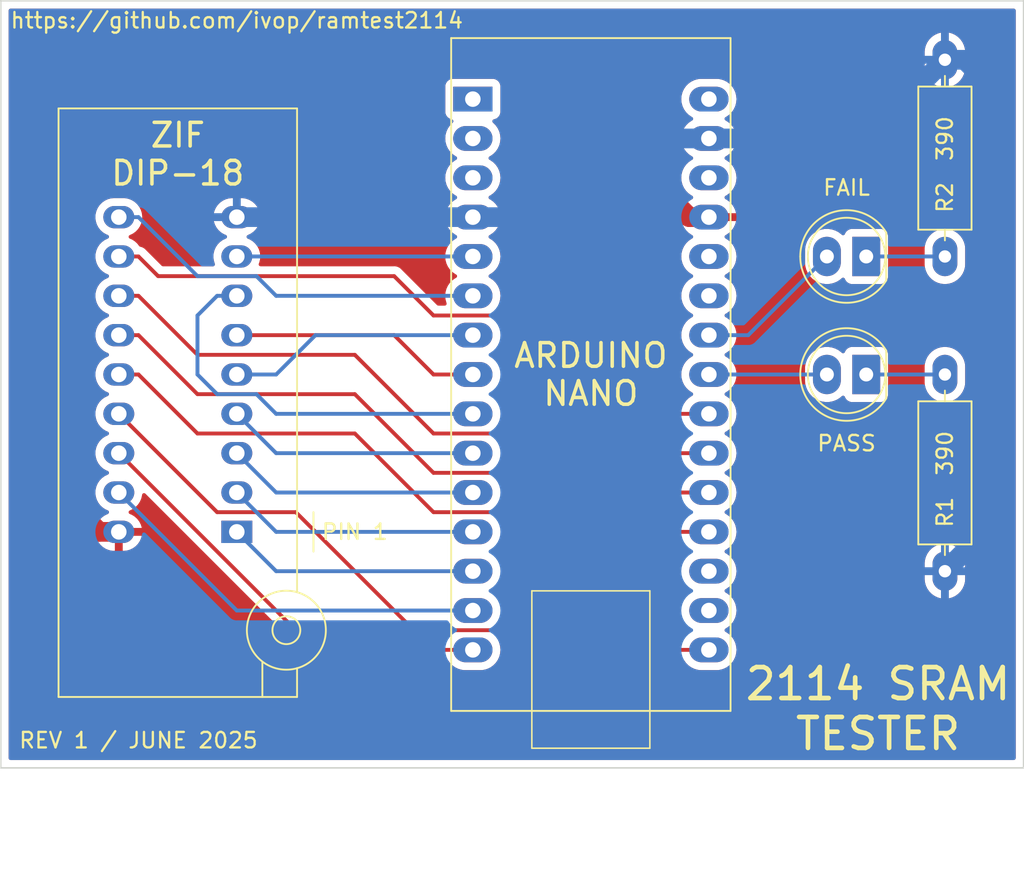
<source format=kicad_pcb>
(kicad_pcb (version 20211014) (generator pcbnew)
  (layers (0 "F.Cu" signal) (31 "B.Cu" signal) (34 "B.Paste" user) (35 "F.Paste" user) (36 "B.SilkS" user "B.Silkscreen") (37 "F.SilkS" user "F.Silkscreen") (38 "B.Mask" user) (39 "F.Mask" user) (44 "Edge.Cuts" user))
  (net 0 "")
  (net 1 "Net-(D1-Pad1)")
  (net 2 "Net-(D1-Pad2)")
  (net 3 "Net-(D2-Pad1)")
  (net 4 "Net-(D2-Pad2)")
  (net 5 "GND")
  (net 13 "+5V")
  (net 16 "/~{CS}")
  (net 17 "/~{WE}")
  (net 18 "/A0")
  (net 19 "/A1")
  (net 20 "/A2")
  (net 21 "/A3")
  (net 22 "/A4")
  (net 23 "/A5")
  (net 24 "/A6")
  (net 25 "/A7")
  (net 26 "/A8")
  (net 27 "/A9")
  (net 28 "/D0")
  (net 29 "/D1")
  (net 30 "/D2")
  (net 31 "/D3")
  (footprint "Socket:DIP_Socket-18_W4.3_W5.08_W7.62_W10.16_W10.9_3M_218-3341-00-0602J" (layer "F.Cu") (at 50.8 86.36 180)
    (fp_text reference "U2" hide)
    (fp_text value "2114" hide)
    (fp_line (start 11.51 27.34) (end 11.51 -10.66) (layer "F.SilkS") (width 0.12))
    (fp_line (start -4.95 1.27) (end -4.95 -1.27) (layer "F.SilkS") (width 0.12))
    (fp_line (start -3.89 27.34) (end 11.51 27.34) (layer "F.SilkS") (width 0.12))
    (fp_line (start -1.65 -10.66) (end -1.65 -8.4) (layer "F.SilkS") (width 0.12))
    (fp_line (start -3.89 -3.9) (end -3.89 27.34) (layer "F.SilkS") (width 0.12))
    (fp_line (start -3.89 -10.66) (end -3.89 -8.8) (layer "F.SilkS") (width 0.12))
    (fp_line (start 11.51 -10.66) (end -3.89 -10.66) (layer "F.SilkS") (width 0.12))
    (fp_circle (center -3.2 -6.35) (end -0.65 -6.35) (layer "F.SilkS") (width 0.12) (fill none))
    (fp_circle (center -3.2 -6.35) (end -2.3 -6.35) (layer "F.SilkS") (width 0.12) (fill none))
    (pad "1" thru_hole rect (at 0 0 180) (size 2 1.44) (drill 1) (layers *.Cu *.Mask) (net 24 "/A6"))
    (pad "2" thru_hole oval (at 0 2.54 180) (size 2 1.44) (drill 1) (layers *.Cu *.Mask) (net 23 "/A5"))
    (pad "3" thru_hole oval (at 0 5.08 180) (size 2 1.44) (drill 1) (layers *.Cu *.Mask) (net 22 "/A4"))
    (pad "4" thru_hole oval (at 0 7.62 180) (size 2 1.44) (drill 1) (layers *.Cu *.Mask) (net 21 "/A3"))
    (pad "5" thru_hole oval (at 0 10.16 180) (size 2 1.44) (drill 1) (layers *.Cu *.Mask) (net 18 "/A0"))
    (pad "6" thru_hole oval (at 0 12.7 180) (size 2 1.44) (drill 1) (layers *.Cu *.Mask) (net 19 "/A1"))
    (pad "7" thru_hole oval (at 0 15.24 180) (size 2 1.44) (drill 1) (layers *.Cu *.Mask) (net 20 "/A2"))
    (pad "8" thru_hole oval (at 0 17.78 180) (size 2 1.44) (drill 1) (layers *.Cu *.Mask) (net 16 "/~{CS}"))
    (pad "9" thru_hole oval (at 0 20.32 180) (size 2 1.44) (drill 1) (layers *.Cu *.Mask) (net 5 "GND"))
    (pad "10" thru_hole oval (at 7.62 20.32 180) (size 2 1.44) (drill 1) (layers *.Cu *.Mask) (net 17 "/~{WE}"))
    (pad "11" thru_hole oval (at 7.62 17.78 180) (size 2 1.44) (drill 1) (layers *.Cu *.Mask) (net 31 "/D3"))
    (pad "12" thru_hole oval (at 7.62 15.24 180) (size 2 1.44) (drill 1) (layers *.Cu *.Mask) (net 30 "/D2"))
    (pad "13" thru_hole oval (at 7.62 12.7 180) (size 2 1.44) (drill 1) (layers *.Cu *.Mask) (net 29 "/D1"))
    (pad "14" thru_hole oval (at 7.62 10.16 180) (size 2 1.44) (drill 1) (layers *.Cu *.Mask) (net 28 "/D0"))
    (pad "15" thru_hole oval (at 7.62 7.62 180) (size 2 1.44) (drill 1) (layers *.Cu *.Mask) (net 27 "/A9"))
    (pad "16" thru_hole oval (at 7.62 5.08 180) (size 2 1.44) (drill 1) (layers *.Cu *.Mask) (net 26 "/A8"))
    (pad "17" thru_hole oval (at 7.62 2.54 180) (size 2 1.44) (drill 1) (layers *.Cu *.Mask) (net 25 "/A7"))
    (pad "18" thru_hole oval (at 7.62 0 180) (size 2 1.44) (drill 1) (layers *.Cu *.Mask) (net 13 "+5V"))
  )
  (footprint "Resistor_THT:R_Axial_DIN0309_L9.0mm_D3.2mm_P12.70mm_Horizontal" (layer "F.Cu") (at 96.52 76.2 -90)
    (fp_text reference "R1" (at 8.89 0 90) (layer "F.SilkS"))
    (fp_text value "390" (at 5.08 0 90) (layer "F.SilkS"))
    (fp_line (start 1.04 0) (end 1.73 0) (layer "F.SilkS") (width 0.12))
    (fp_line (start 10.97 1.72) (end 10.97 -1.72) (layer "F.SilkS") (width 0.12))
    (fp_line (start 10.97 -1.72) (end 1.73 -1.72) (layer "F.SilkS") (width 0.12))
    (fp_line (start 1.73 1.72) (end 10.97 1.72) (layer "F.SilkS") (width 0.12))
    (fp_line (start 11.66 0) (end 10.97 0) (layer "F.SilkS") (width 0.12))
    (fp_line (start 1.73 -1.72) (end 1.73 1.72) (layer "F.SilkS") (width 0.12))
    (pad "1" thru_hole oval (at 0 0 270) (size 2.54 1.6) (drill 0.8) (layers *.Cu *.Mask) (net 1 "Net-(D1-Pad1)"))
    (pad "2" thru_hole oval (at 12.7 0 270) (size 2.54 1.6) (drill 0.8) (layers *.Cu *.Mask) (net 5 "GND"))
  )
  (footprint "LED_THT:LED_D5.0mm" (layer "F.Cu") (at 91.44 76.2 180)
    (fp_text reference "D1" hide)
    (fp_text value "PASS" (at 1.27 -4.445) (layer "F.SilkS"))
    (fp_line (start -1.29 -1.545) (end -1.29 1.545) (layer "F.SilkS") (width 0.12))
    (fp_arc (start 4.26 -0.000462) (mid 2.072002 2.880433) (end -1.29 1.54483) (layer "F.SilkS") (width 0.12))
    (fp_arc (start -1.29 -1.54483) (mid 2.072002 -2.880433) (end 4.26 0.000462) (layer "F.SilkS") (width 0.12))
    (fp_circle (center 1.27 0) (end 3.77 0) (layer "F.SilkS") (width 0.12) (fill none))
    (pad "1" thru_hole rect (at 0 0 180) (size 1.8 2.54) (drill 0.9) (layers *.Cu *.Mask) (net 1 "Net-(D1-Pad1)"))
    (pad "2" thru_hole oval (at 2.54 0 180) (size 1.8 2.54) (drill 0.9) (layers *.Cu *.Mask) (net 2 "Net-(D1-Pad2)"))
  )
  (footprint "Resistor_THT:R_Axial_DIN0309_L9.0mm_D3.2mm_P12.70mm_Horizontal" (layer "F.Cu") (at 96.52 68.58 90)
    (fp_text reference "R2" (at 3.81 0 90) (layer "F.SilkS"))
    (fp_text value "390" (at 7.62 0 90) (layer "F.SilkS"))
    (fp_line (start 1.73 1.72) (end 10.97 1.72) (layer "F.SilkS") (width 0.12))
    (fp_line (start 10.97 -1.72) (end 1.73 -1.72) (layer "F.SilkS") (width 0.12))
    (fp_line (start 1.73 -1.72) (end 1.73 1.72) (layer "F.SilkS") (width 0.12))
    (fp_line (start 10.97 1.72) (end 10.97 -1.72) (layer "F.SilkS") (width 0.12))
    (fp_line (start 11.66 0) (end 10.97 0) (layer "F.SilkS") (width 0.12))
    (fp_line (start 1.04 0) (end 1.73 0) (layer "F.SilkS") (width 0.12))
    (pad "1" thru_hole oval (at 0 0 90) (size 2.54 1.6) (drill 0.8) (layers *.Cu *.Mask) (net 3 "Net-(D2-Pad1)"))
    (pad "2" thru_hole oval (at 12.7 0 90) (size 2.54 1.6) (drill 0.8) (layers *.Cu *.Mask) (net 5 "GND"))
  )
  (footprint "ramtest2114:Arduino Nano" (layer "F.Cu") (at 66.04 58.42)
    (fp_text reference "U1" hide)
    (fp_text value "Arduino_Nano" hide)
    (fp_line (start 3.81 31.75) (end 11.43 31.75) (layer "F.SilkS") (width 0.1))
    (fp_line (start -1.4 -3.94) (end -1.4 -1.27) (layer "F.SilkS") (width 0.12))
    (fp_line (start 16.64 39.5) (end 16.64 -3.94) (layer "F.SilkS") (width 0.12))
    (fp_line (start 11.43 31.75) (end 11.43 41.91) (layer "F.SilkS") (width 0.1))
    (fp_line (start -1.4 -1.27) (end -1.4 1.27) (layer "F.SilkS") (width 0.12))
    (fp_line (start 16.64 -3.94) (end -1.4 -3.94) (layer "F.SilkS") (width 0.12))
    (fp_line (start 3.81 41.91) (end 3.81 31.75) (layer "F.SilkS") (width 0.1))
    (fp_line (start -1.4 1.27) (end -1.4 39.5) (layer "F.SilkS") (width 0.12))
    (fp_line (start 11.43 41.91) (end 3.81 41.91) (layer "F.SilkS") (width 0.1))
    (fp_line (start -1.4 39.5) (end 16.64 39.5) (layer "F.SilkS") (width 0.12))
    (pad "1" thru_hole rect (at 0 0) (size 2.54 1.6) (drill 1) (layers *.Cu *.Mask))
    (pad "2" thru_hole oval (at 0 2.54) (size 2.54 1.6) (drill 1) (layers *.Cu *.Mask))
    (pad "3" thru_hole oval (at 0 5.08) (size 2.54 1.6) (drill 1) (layers *.Cu *.Mask))
    (pad "4" thru_hole oval (at 0 7.62) (size 2.54 1.6) (drill 1) (layers *.Cu *.Mask) (net 5 "GND"))
    (pad "5" thru_hole oval (at 0 10.16) (size 2.54 1.6) (drill 1) (layers *.Cu *.Mask) (net 16 "/~{CS}"))
    (pad "6" thru_hole oval (at 0 12.7) (size 2.54 1.6) (drill 1) (layers *.Cu *.Mask) (net 17 "/~{WE}"))
    (pad "7" thru_hole oval (at 0 15.24) (size 2.54 1.6) (drill 1) (layers *.Cu *.Mask) (net 18 "/A0"))
    (pad "8" thru_hole oval (at 0 17.78) (size 2.54 1.6) (drill 1) (layers *.Cu *.Mask) (net 19 "/A1"))
    (pad "9" thru_hole oval (at 0 20.32) (size 2.54 1.6) (drill 1) (layers *.Cu *.Mask) (net 20 "/A2"))
    (pad "10" thru_hole oval (at 0 22.86) (size 2.54 1.6) (drill 1) (layers *.Cu *.Mask) (net 21 "/A3"))
    (pad "11" thru_hole oval (at 0 25.4) (size 2.54 1.6) (drill 1) (layers *.Cu *.Mask) (net 22 "/A4"))
    (pad "12" thru_hole oval (at 0 27.94) (size 2.54 1.6) (drill 1) (layers *.Cu *.Mask) (net 23 "/A5"))
    (pad "13" thru_hole oval (at 0 30.48) (size 2.54 1.6) (drill 1) (layers *.Cu *.Mask) (net 24 "/A6"))
    (pad "14" thru_hole oval (at 0 33.02) (size 2.54 1.6) (drill 1) (layers *.Cu *.Mask) (net 25 "/A7"))
    (pad "15" thru_hole oval (at 0 35.56) (size 2.54 1.6) (drill 1) (layers *.Cu *.Mask) (net 26 "/A8"))
    (pad "16" thru_hole oval (at 15.24 35.56) (size 2.54 1.6) (drill 1) (layers *.Cu *.Mask) (net 27 "/A9"))
    (pad "17" thru_hole oval (at 15.24 33.02) (size 2.54 1.6) (drill 1) (layers *.Cu *.Mask))
    (pad "18" thru_hole oval (at 15.24 30.48) (size 2.54 1.6) (drill 1) (layers *.Cu *.Mask))
    (pad "19" thru_hole oval (at 15.24 27.94) (size 2.54 1.6) (drill 1) (layers *.Cu *.Mask) (net 28 "/D0"))
    (pad "20" thru_hole oval (at 15.24 25.4) (size 2.54 1.6) (drill 1) (layers *.Cu *.Mask) (net 29 "/D1"))
    (pad "21" thru_hole oval (at 15.24 22.86) (size 2.54 1.6) (drill 1) (layers *.Cu *.Mask) (net 30 "/D2"))
    (pad "22" thru_hole oval (at 15.24 20.32) (size 2.54 1.6) (drill 1) (layers *.Cu *.Mask) (net 31 "/D3"))
    (pad "23" thru_hole oval (at 15.24 17.78) (size 2.54 1.6) (drill 1) (layers *.Cu *.Mask) (net 2 "Net-(D1-Pad2)"))
    (pad "24" thru_hole oval (at 15.24 15.24) (size 2.54 1.6) (drill 1) (layers *.Cu *.Mask) (net 4 "Net-(D2-Pad2)"))
    (pad "25" thru_hole oval (at 15.24 12.7) (size 2.54 1.6) (drill 1) (layers *.Cu *.Mask))
    (pad "26" thru_hole oval (at 15.24 10.16) (size 2.54 1.6) (drill 1) (layers *.Cu *.Mask))
    (pad "27" thru_hole oval (at 15.24 7.62) (size 2.54 1.6) (drill 1) (layers *.Cu *.Mask) (net 13 "+5V"))
    (pad "28" thru_hole oval (at 15.24 5.08) (size 2.54 1.6) (drill 1) (layers *.Cu *.Mask))
    (pad "29" thru_hole oval (at 15.24 2.54) (size 2.54 1.6) (drill 1) (layers *.Cu *.Mask) (net 5 "GND"))
    (pad "30" thru_hole oval (at 15.24 0) (size 2.54 1.6) (drill 1) (layers *.Cu *.Mask))
  )
  (footprint "LED_THT:LED_D5.0mm" (layer "F.Cu") (at 91.44 68.58 180)
    (fp_text reference "D2" hide)
    (fp_text value "FAIL" (at 1.27 4.445) (layer "F.SilkS"))
    (fp_line (start -1.29 -1.545) (end -1.29 1.545) (layer "F.SilkS") (width 0.12))
    (fp_arc (start 4.26 -0.000462) (mid 2.072002 2.880433) (end -1.29 1.54483) (layer "F.SilkS") (width 0.12))
    (fp_arc (start -1.29 -1.54483) (mid 2.072002 -2.880433) (end 4.26 0.000462) (layer "F.SilkS") (width 0.12))
    (fp_circle (center 1.27 0) (end 3.77 0) (layer "F.SilkS") (width 0.12) (fill none))
    (pad "1" thru_hole rect (at 0 0 180) (size 1.8 2.54) (drill 0.9) (layers *.Cu *.Mask) (net 3 "Net-(D2-Pad1)"))
    (pad "2" thru_hole oval (at 2.54 0 180) (size 1.8 2.54) (drill 0.9) (layers *.Cu *.Mask) (net 4 "Net-(D2-Pad2)"))
  )
  (gr_rect (start 35.56 52.07) (end 101.6 101.6) (layer "Edge.Cuts") (width 0.1) (fill none))
  (gr_text "ARDUINO\nNANO" (at 73.66 76.2) (layer "F.SilkS") (effects (font (size 1.524 1.524) (thickness 0.2286))))
  (gr_text "2114 SRAM\nTESTER" (at 92.202 97.79) (layer "F.SilkS") (effects (font (size 2 2) (thickness 0.3))))
  (gr_text "PIN 1" (at 58.42 86.36) (layer "F.SilkS") (effects (font (size 1 1))))
  (gr_text "https://github.com/ivop/ramtest2114" (at 50.8 53.34) (layer "F.SilkS") (effects (font (size 1 1))))
  (gr_text "ZIF\nDIP-18" (at 46.99 61.976) (layer "F.SilkS") (effects (font (size 1.524 1.524) (thickness 0.2286))))
  (gr_text "REV 1 / JUNE 2025" (at 44.45 99.822) (layer "F.SilkS") (effects (font (size 1 1))))
  (segment (start 96.52 76.2) (end 91.44 76.2) (width 0.25) (layer "B.Cu") (net 1))
  (segment (start 88.9 76.2) (end 81.28 76.2) (width 0.25) (layer "B.Cu") (net 2))
  (segment (start 96.52 68.58) (end 91.44 68.58) (width 0.25) (layer "B.Cu") (net 3))
  (segment (start 83.82 73.66) (end 81.28 73.66) (width 0.25) (layer "B.Cu") (net 4))
  (segment (start 88.9 68.58) (end 83.82 73.66) (width 0.25) (layer "B.Cu") (net 4))
  (segment (start 97.79 55.88) (end 96.52 55.88) (width 1.27) (layer "B.Cu") (net 5))
  (segment (start 99.06 86.36) (end 99.06 57.15) (width 1.27) (layer "B.Cu") (net 5))
  (segment (start 81.28 60.96) (end 91.44 60.96) (width 1.27) (layer "B.Cu") (net 5))
  (segment (start 76.2 60.96) (end 81.28 60.96) (width 1.27) (layer "B.Cu") (net 5))
  (segment (start 50.8 66.04) (end 66.04 66.04) (width 1.27) (layer "B.Cu") (net 5))
  (segment (start 91.44 60.96) (end 96.52 55.88) (width 1.27) (layer "B.Cu") (net 5))
  (segment (start 66.04 66.04) (end 71.12 66.04) (width 1.27) (layer "B.Cu") (net 5))
  (segment (start 71.12 66.04) (end 76.2 60.96) (width 1.27) (layer "B.Cu") (net 5))
  (segment (start 96.52 88.9) (end 99.06 86.36) (width 1.27) (layer "B.Cu") (net 5))
  (segment (start 99.06 57.15) (end 97.79 55.88) (width 1.27) (layer "B.Cu") (net 5))
  (segment (start 40.64 57.15) (end 40.64 85.09) (width 1.27) (layer "F.Cu") (net 13))
  (segment (start 69.85 55.88) (end 41.91 55.88) (width 1.27) (layer "F.Cu") (net 13))
  (segment (start 40.64 85.09) (end 41.91 86.36) (width 1.27) (layer "F.Cu") (net 13))
  (segment (start 41.91 55.88) (end 40.64 57.15) (width 1.27) (layer "F.Cu") (net 13))
  (segment (start 41.91 86.36) (end 43.18 86.36) (width 1.27) (layer "F.Cu") (net 13))
  (segment (start 80.01 66.04) (end 69.85 55.88) (width 1.27) (layer "F.Cu") (net 13))
  (segment (start 81.28 66.04) (end 80.01 66.04) (width 1.27) (layer "F.Cu") (net 13))
  (segment (start 66.04 68.58) (end 50.8 68.58) (width 0.25) (layer "B.Cu") (net 16))
  (segment (start 66.04 71.12) (end 53.34 71.12) (width 0.25) (layer "B.Cu") (net 17))
  (segment (start 52.07 69.85) (end 48.26 69.85) (width 0.25) (layer "B.Cu") (net 17))
  (segment (start 44.45 66.04) (end 43.18 66.04) (width 0.25) (layer "B.Cu") (net 17))
  (segment (start 48.26 69.85) (end 44.45 66.04) (width 0.25) (layer "B.Cu") (net 17))
  (segment (start 53.34 71.12) (end 52.07 69.85) (width 0.25) (layer "B.Cu") (net 17))
  (segment (start 66.04 73.66) (end 55.88 73.66) (width 0.25) (layer "B.Cu") (net 18))
  (segment (start 55.88 73.66) (end 53.34 76.2) (width 0.25) (layer "B.Cu") (net 18))
  (segment (start 53.34 76.2) (end 50.8 76.2) (width 0.25) (layer "B.Cu") (net 18))
  (segment (start 63.5 76.2) (end 60.96 73.66) (width 0.25) (layer "F.Cu") (net 19))
  (segment (start 60.96 73.66) (end 50.8 73.66) (width 0.25) (layer "F.Cu") (net 19))
  (segment (start 66.04 76.2) (end 63.5 76.2) (width 0.25) (layer "F.Cu") (net 19))
  (segment (start 53.34 78.74) (end 52.07 77.47) (width 0.25) (layer "B.Cu") (net 20))
  (segment (start 66.04 78.74) (end 53.34 78.74) (width 0.25) (layer "B.Cu") (net 20))
  (segment (start 52.07 77.47) (end 49.53 77.47) (width 0.25) (layer "B.Cu") (net 20))
  (segment (start 48.26 72.39) (end 49.53 71.12) (width 0.25) (layer "B.Cu") (net 20))
  (segment (start 49.53 71.12) (end 50.8 71.12) (width 0.25) (layer "B.Cu") (net 20))
  (segment (start 49.53 77.47) (end 48.26 76.2) (width 0.25) (layer "B.Cu") (net 20))
  (segment (start 48.26 76.2) (end 48.26 72.39) (width 0.25) (layer "B.Cu") (net 20))
  (segment (start 66.04 81.28) (end 53.34 81.28) (width 0.25) (layer "B.Cu") (net 21))
  (segment (start 53.34 81.28) (end 50.8 78.74) (width 0.25) (layer "B.Cu") (net 21))
  (segment (start 53.34 83.82) (end 50.8 81.28) (width 0.25) (layer "B.Cu") (net 22))
  (segment (start 66.04 83.82) (end 53.34 83.82) (width 0.25) (layer "B.Cu") (net 22))
  (segment (start 66.04 86.36) (end 53.34 86.36) (width 0.25) (layer "B.Cu") (net 23))
  (segment (start 53.34 86.36) (end 50.8 83.82) (width 0.25) (layer "B.Cu") (net 23))
  (segment (start 53.34 88.9) (end 50.8 86.36) (width 0.25) (layer "B.Cu") (net 24))
  (segment (start 66.04 88.9) (end 53.34 88.9) (width 0.25) (layer "B.Cu") (net 24))
  (segment (start 50.8 91.44) (end 43.18 83.82) (width 0.25) (layer "B.Cu") (net 25))
  (segment (start 66.04 91.44) (end 50.8 91.44) (width 0.25) (layer "B.Cu") (net 25))
  (segment (start 66.04 93.98) (end 55.88 93.98) (width 0.25) (layer "F.Cu") (net 26))
  (segment (start 55.88 93.98) (end 43.18 81.28) (width 0.25) (layer "F.Cu") (net 26))
  (segment (start 68.58 92.71) (end 62.23 92.71) (width 0.25) (layer "F.Cu") (net 27))
  (segment (start 62.23 92.71) (end 54.61 85.09) (width 0.25) (layer "F.Cu") (net 27))
  (segment (start 69.85 93.98) (end 68.58 92.71) (width 0.25) (layer "F.Cu") (net 27))
  (segment (start 49.53 85.09) (end 43.18 78.74) (width 0.25) (layer "F.Cu") (net 27))
  (segment (start 54.61 85.09) (end 49.53 85.09) (width 0.25) (layer "F.Cu") (net 27))
  (segment (start 81.28 93.98) (end 69.85 93.98) (width 0.25) (layer "F.Cu") (net 27))
  (segment (start 44.45 76.2) (end 48.26 80.01) (width 0.25) (layer "F.Cu") (net 28))
  (segment (start 48.26 80.01) (end 58.42 80.01) (width 0.25) (layer "F.Cu") (net 28))
  (segment (start 58.42 80.01) (end 63.5 85.09) (width 0.25) (layer "F.Cu") (net 28))
  (segment (start 77.47 85.09) (end 78.74 86.36) (width 0.25) (layer "F.Cu") (net 28))
  (segment (start 43.18 76.2) (end 44.45 76.2) (width 0.25) (layer "F.Cu") (net 28))
  (segment (start 63.5 85.09) (end 77.47 85.09) (width 0.25) (layer "F.Cu") (net 28))
  (segment (start 78.74 86.36) (end 81.28 86.36) (width 0.25) (layer "F.Cu") (net 28))
  (segment (start 58.42 77.47) (end 63.5 82.55) (width 0.25) (layer "F.Cu") (net 29))
  (segment (start 63.5 82.55) (end 77.47 82.55) (width 0.25) (layer "F.Cu") (net 29))
  (segment (start 77.47 82.55) (end 78.74 83.82) (width 0.25) (layer "F.Cu") (net 29))
  (segment (start 78.74 83.82) (end 81.28 83.82) (width 0.25) (layer "F.Cu") (net 29))
  (segment (start 43.18 73.66) (end 44.45 73.66) (width 0.25) (layer "F.Cu") (net 29))
  (segment (start 44.45 73.66) (end 48.26 77.47) (width 0.25) (layer "F.Cu") (net 29))
  (segment (start 48.26 77.47) (end 58.42 77.47) (width 0.25) (layer "F.Cu") (net 29))
  (segment (start 63.5 80.01) (end 58.42 74.93) (width 0.25) (layer "F.Cu") (net 30))
  (segment (start 81.28 81.28) (end 78.74 81.28) (width 0.25) (layer "F.Cu") (net 30))
  (segment (start 58.42 74.93) (end 48.26 74.93) (width 0.25) (layer "F.Cu") (net 30))
  (segment (start 78.74 81.28) (end 77.47 80.01) (width 0.25) (layer "F.Cu") (net 30))
  (segment (start 77.47 80.01) (end 63.5 80.01) (width 0.25) (layer "F.Cu") (net 30))
  (segment (start 44.45 71.12) (end 43.18 71.12) (width 0.25) (layer "F.Cu") (net 30))
  (segment (start 48.26 74.93) (end 44.45 71.12) (width 0.25) (layer "F.Cu") (net 30))
  (segment (start 44.45 68.58) (end 45.72 69.85) (width 0.25) (layer "F.Cu") (net 31))
  (segment (start 43.18 68.58) (end 44.45 68.58) (width 0.25) (layer "F.Cu") (net 31))
  (segment (start 60.96 69.85) (end 63.5 72.39) (width 0.25) (layer "F.Cu") (net 31))
  (segment (start 45.72 69.85) (end 60.96 69.85) (width 0.25) (layer "F.Cu") (net 31))
  (segment (start 72.39 72.39) (end 78.74 78.74) (width 0.25) (layer "F.Cu") (net 31))
  (segment (start 63.5 72.39) (end 72.39 72.39) (width 0.25) (layer "F.Cu") (net 31))
  (segment (start 78.74 78.74) (end 81.28 78.74) (width 0.25) (layer "F.Cu") (net 31))
  (zone (net 13) (net_name "+5V") (layer "F.Cu") (connect_pads (clearance 0.508)) (min_thickness 0.254) (fill yes (thermal_gap 0.508) (thermal_bridge_width 0.508))
    (polygon (pts (xy 101.346 101.346) (xy 35.814 101.346) (xy 35.814 52.324) (xy 101.346 52.324)))
  )
  (zone (net 5) (net_name "GND") (layer "B.Cu") (connect_pads (clearance 0.508)) (min_thickness 0.254) (fill yes (thermal_gap 0.508) (thermal_bridge_width 0.508))
    (polygon (pts (xy 101.346 101.346) (xy 35.814 101.346) (xy 35.814 52.324) (xy 101.346 52.324)))
  )
)
</source>
